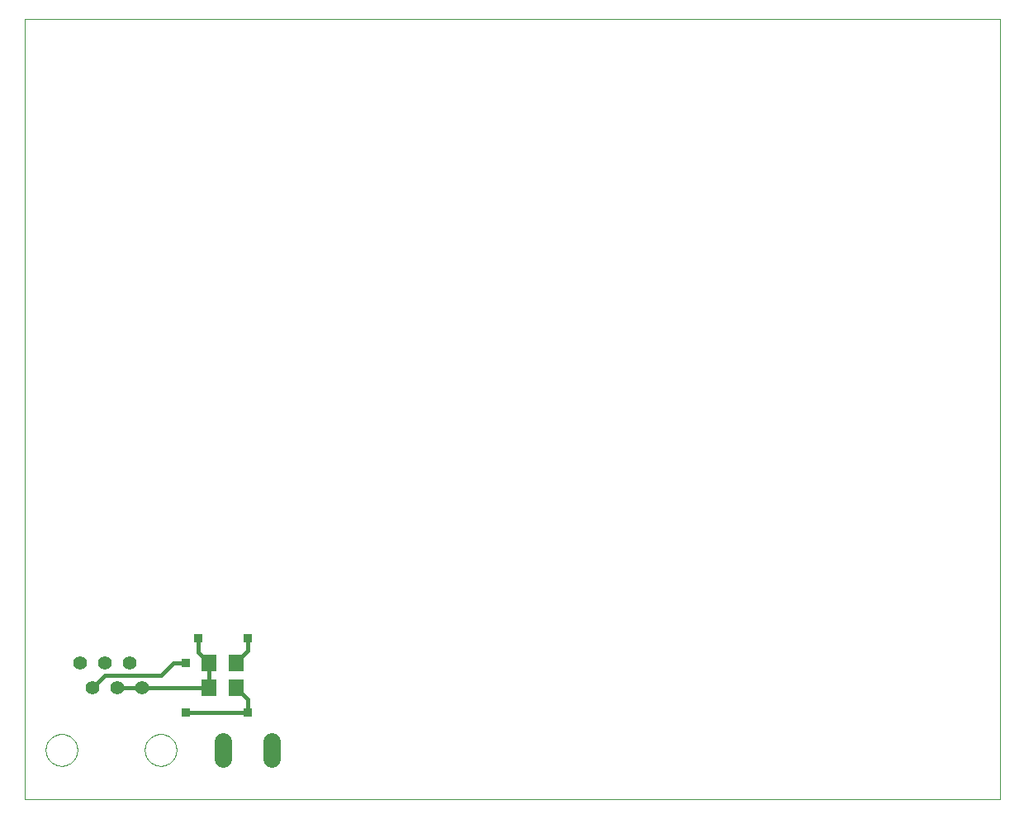
<source format=gbl>
G75*
%MOIN*%
%OFA0B0*%
%FSLAX24Y24*%
%IPPOS*%
%LPD*%
%AMOC8*
5,1,8,0,0,1.08239X$1,22.5*
%
%ADD10C,0.0000*%
%ADD11C,0.0554*%
%ADD12R,0.0630X0.0709*%
%ADD13C,0.0705*%
%ADD14C,0.0160*%
%ADD15R,0.0356X0.0356*%
D10*
X000260Y001204D02*
X000260Y032700D01*
X039630Y032700D01*
X039630Y001204D01*
X000260Y001204D01*
X001120Y003204D02*
X001122Y003254D01*
X001128Y003304D01*
X001138Y003353D01*
X001151Y003402D01*
X001169Y003449D01*
X001190Y003495D01*
X001214Y003538D01*
X001242Y003580D01*
X001273Y003620D01*
X001307Y003657D01*
X001344Y003691D01*
X001384Y003722D01*
X001426Y003750D01*
X001469Y003774D01*
X001515Y003795D01*
X001562Y003813D01*
X001611Y003826D01*
X001660Y003836D01*
X001710Y003842D01*
X001760Y003844D01*
X001810Y003842D01*
X001860Y003836D01*
X001909Y003826D01*
X001958Y003813D01*
X002005Y003795D01*
X002051Y003774D01*
X002094Y003750D01*
X002136Y003722D01*
X002176Y003691D01*
X002213Y003657D01*
X002247Y003620D01*
X002278Y003580D01*
X002306Y003538D01*
X002330Y003495D01*
X002351Y003449D01*
X002369Y003402D01*
X002382Y003353D01*
X002392Y003304D01*
X002398Y003254D01*
X002400Y003204D01*
X002398Y003154D01*
X002392Y003104D01*
X002382Y003055D01*
X002369Y003006D01*
X002351Y002959D01*
X002330Y002913D01*
X002306Y002870D01*
X002278Y002828D01*
X002247Y002788D01*
X002213Y002751D01*
X002176Y002717D01*
X002136Y002686D01*
X002094Y002658D01*
X002051Y002634D01*
X002005Y002613D01*
X001958Y002595D01*
X001909Y002582D01*
X001860Y002572D01*
X001810Y002566D01*
X001760Y002564D01*
X001710Y002566D01*
X001660Y002572D01*
X001611Y002582D01*
X001562Y002595D01*
X001515Y002613D01*
X001469Y002634D01*
X001426Y002658D01*
X001384Y002686D01*
X001344Y002717D01*
X001307Y002751D01*
X001273Y002788D01*
X001242Y002828D01*
X001214Y002870D01*
X001190Y002913D01*
X001169Y002959D01*
X001151Y003006D01*
X001138Y003055D01*
X001128Y003104D01*
X001122Y003154D01*
X001120Y003204D01*
X005120Y003204D02*
X005122Y003254D01*
X005128Y003304D01*
X005138Y003353D01*
X005151Y003402D01*
X005169Y003449D01*
X005190Y003495D01*
X005214Y003538D01*
X005242Y003580D01*
X005273Y003620D01*
X005307Y003657D01*
X005344Y003691D01*
X005384Y003722D01*
X005426Y003750D01*
X005469Y003774D01*
X005515Y003795D01*
X005562Y003813D01*
X005611Y003826D01*
X005660Y003836D01*
X005710Y003842D01*
X005760Y003844D01*
X005810Y003842D01*
X005860Y003836D01*
X005909Y003826D01*
X005958Y003813D01*
X006005Y003795D01*
X006051Y003774D01*
X006094Y003750D01*
X006136Y003722D01*
X006176Y003691D01*
X006213Y003657D01*
X006247Y003620D01*
X006278Y003580D01*
X006306Y003538D01*
X006330Y003495D01*
X006351Y003449D01*
X006369Y003402D01*
X006382Y003353D01*
X006392Y003304D01*
X006398Y003254D01*
X006400Y003204D01*
X006398Y003154D01*
X006392Y003104D01*
X006382Y003055D01*
X006369Y003006D01*
X006351Y002959D01*
X006330Y002913D01*
X006306Y002870D01*
X006278Y002828D01*
X006247Y002788D01*
X006213Y002751D01*
X006176Y002717D01*
X006136Y002686D01*
X006094Y002658D01*
X006051Y002634D01*
X006005Y002613D01*
X005958Y002595D01*
X005909Y002582D01*
X005860Y002572D01*
X005810Y002566D01*
X005760Y002564D01*
X005710Y002566D01*
X005660Y002572D01*
X005611Y002582D01*
X005562Y002595D01*
X005515Y002613D01*
X005469Y002634D01*
X005426Y002658D01*
X005384Y002686D01*
X005344Y002717D01*
X005307Y002751D01*
X005273Y002788D01*
X005242Y002828D01*
X005214Y002870D01*
X005190Y002913D01*
X005169Y002959D01*
X005151Y003006D01*
X005138Y003055D01*
X005128Y003104D01*
X005122Y003154D01*
X005120Y003204D01*
D11*
X005010Y005704D03*
X004010Y005704D03*
X003010Y005704D03*
X002510Y006704D03*
X003510Y006704D03*
X004510Y006704D03*
D12*
X007709Y006704D03*
X007709Y005704D03*
X008811Y005704D03*
X008811Y006704D03*
D13*
X008276Y003556D02*
X008276Y002851D01*
X010244Y002851D02*
X010244Y003556D01*
D14*
X009260Y004704D02*
X006760Y004704D01*
X007709Y005704D02*
X004010Y005704D01*
X003510Y006204D02*
X003010Y005704D01*
X003510Y006204D02*
X005760Y006204D01*
X006260Y006704D01*
X006760Y006704D01*
X007260Y007153D02*
X007260Y007704D01*
X007260Y007153D02*
X007709Y006704D01*
X007709Y005704D01*
X008811Y005704D02*
X009260Y005255D01*
X009260Y004704D01*
X008811Y006704D02*
X008760Y006704D01*
X009260Y007204D01*
X009260Y007704D01*
D15*
X009260Y007704D03*
X007260Y007704D03*
X006760Y006704D03*
X006760Y004704D03*
X009260Y004704D03*
M02*

</source>
